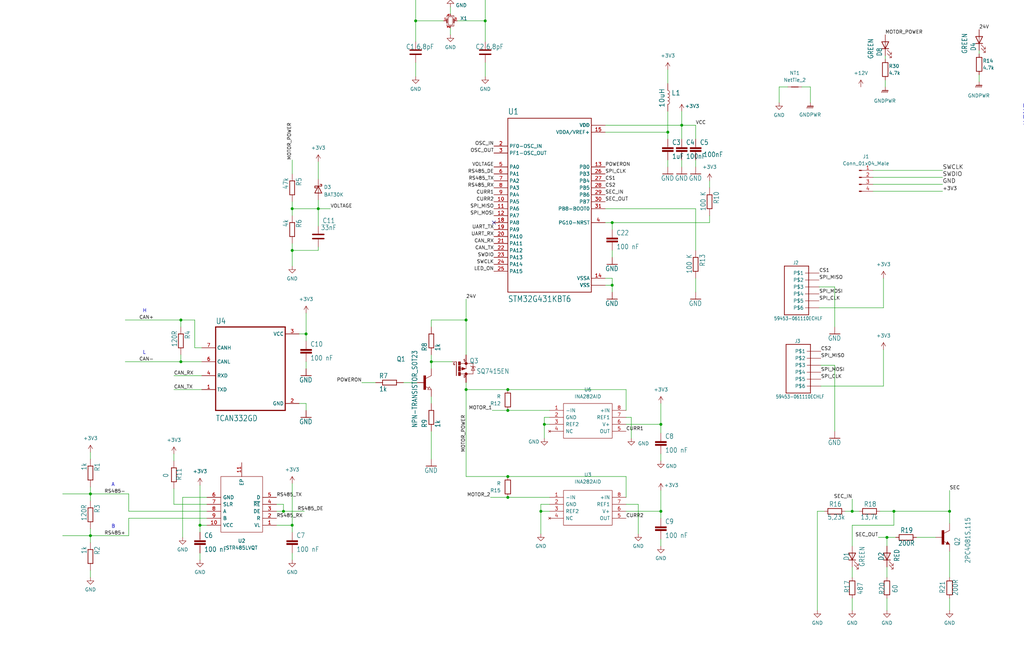
<source format=kicad_sch>
(kicad_sch (version 20210621) (generator eeschema)
  (paper "User" 373.913 237.744)
  (junction (at 33.02 180.34))
  (junction (at 33.02 195.58))
  (junction (at 66.04 116.84))
  (junction (at 66.04 132.08))
  (junction (at 73.025 191.77))
  (junction (at 103.505 186.69))
  (junction (at 106.68 76.2))
  (junction (at 106.68 91.44))
  (junction (at 106.68 191.77))
  (junction (at 111.76 121.92))
  (junction (at 116.205 76.2))
  (junction (at 151.765 7.62))
  (junction (at 157.48 132.08))
  (junction (at 158.75 254.635))
  (junction (at 170.18 116.84))
  (junction (at 170.18 142.24))
  (junction (at 170.18 254.635))
  (junction (at 170.18 262.255))
  (junction (at 177.165 7.62))
  (junction (at 181.61 254.635))
  (junction (at 185.42 142.24))
  (junction (at 185.42 149.86))
  (junction (at 185.42 173.99))
  (junction (at 185.42 181.61))
  (junction (at 189.23 254.635))
  (junction (at 197.485 186.69))
  (junction (at 198.755 154.94))
  (junction (at 220.98 254.635))
  (junction (at 220.98 259.715))
  (junction (at 223.52 81.28))
  (junction (at 223.52 104.14))
  (junction (at 229.87 254.635))
  (junction (at 241.3 154.94))
  (junction (at 241.3 186.69))
  (junction (at 243.84 48.26))
  (junction (at 248.92 45.72))
  (junction (at 311.15 186.69))
  (junction (at 323.85 196.215))
  (junction (at 326.39 186.69))
  (junction (at 346.71 186.69))
  (no_connect (at 180.34 81.28))
  (wire (pts (xy 33.02 167.64) (xy 33.02 165.1)))
  (wire (pts (xy 33.02 180.34) (xy 22.86 180.34)))
  (wire (pts (xy 33.02 180.34) (xy 33.02 177.8)))
  (wire (pts (xy 33.02 180.34) (xy 46.99 180.34)))
  (wire (pts (xy 33.02 182.88) (xy 33.02 180.34)))
  (wire (pts (xy 33.02 195.58) (xy 22.86 195.58)))
  (wire (pts (xy 33.02 195.58) (xy 33.02 193.04)))
  (wire (pts (xy 33.02 195.58) (xy 46.99 195.58)))
  (wire (pts (xy 33.02 198.12) (xy 33.02 195.58)))
  (wire (pts (xy 33.02 210.82) (xy 33.02 208.28)))
  (wire (pts (xy 46.99 186.69) (xy 46.99 180.34)))
  (wire (pts (xy 46.99 186.69) (xy 75.565 186.69)))
  (wire (pts (xy 46.99 189.23) (xy 46.99 195.58)))
  (wire (pts (xy 46.99 189.23) (xy 75.565 189.23)))
  (wire (pts (xy 63.5 165.735) (xy 63.5 168.275)))
  (wire (pts (xy 63.5 178.435) (xy 63.5 184.15)))
  (wire (pts (xy 66.04 116.84) (xy 45.72 116.84)))
  (wire (pts (xy 66.04 116.84) (xy 71.12 116.84)))
  (wire (pts (xy 66.04 119.38) (xy 66.04 116.84)))
  (wire (pts (xy 66.04 129.54) (xy 66.04 132.08)))
  (wire (pts (xy 66.04 132.08) (xy 45.72 132.08)))
  (wire (pts (xy 66.675 181.61) (xy 66.675 196.215)))
  (wire (pts (xy 71.12 127) (xy 71.12 116.84)))
  (wire (pts (xy 73.025 191.77) (xy 73.025 177.165)))
  (wire (pts (xy 73.025 191.77) (xy 75.565 191.77)))
  (wire (pts (xy 73.025 194.31) (xy 73.025 191.77)))
  (wire (pts (xy 73.025 204.47) (xy 73.025 201.93)))
  (wire (pts (xy 73.66 127) (xy 71.12 127)))
  (wire (pts (xy 73.66 132.08) (xy 66.04 132.08)))
  (wire (pts (xy 73.66 137.16) (xy 63.5 137.16)))
  (wire (pts (xy 73.66 142.24) (xy 63.5 142.24)))
  (wire (pts (xy 75.565 181.61) (xy 66.675 181.61)))
  (wire (pts (xy 75.565 184.15) (xy 63.5 184.15)))
  (wire (pts (xy 100.965 184.15) (xy 103.505 184.15)))
  (wire (pts (xy 100.965 191.77) (xy 106.68 191.77)))
  (wire (pts (xy 103.505 184.15) (xy 103.505 186.69)))
  (wire (pts (xy 103.505 186.69) (xy 100.965 186.69)))
  (wire (pts (xy 103.505 186.69) (xy 111.125 186.69)))
  (wire (pts (xy 106.68 63.5) (xy 106.68 58.42)))
  (wire (pts (xy 106.68 73.66) (xy 106.68 76.2)))
  (wire (pts (xy 106.68 76.2) (xy 106.68 78.74)))
  (wire (pts (xy 106.68 76.2) (xy 116.205 76.2)))
  (wire (pts (xy 106.68 91.44) (xy 106.68 88.9)))
  (wire (pts (xy 106.68 91.44) (xy 116.205 91.44)))
  (wire (pts (xy 106.68 97.155) (xy 106.68 91.44)))
  (wire (pts (xy 106.68 176.53) (xy 106.68 191.77)))
  (wire (pts (xy 106.68 194.31) (xy 106.68 191.77)))
  (wire (pts (xy 106.68 204.47) (xy 106.68 201.93)))
  (wire (pts (xy 109.22 121.92) (xy 111.76 121.92)))
  (wire (pts (xy 109.22 147.32) (xy 111.76 147.32)))
  (wire (pts (xy 111.76 121.92) (xy 111.76 114.3)))
  (wire (pts (xy 111.76 124.46) (xy 111.76 121.92)))
  (wire (pts (xy 111.76 134.62) (xy 111.76 132.08)))
  (wire (pts (xy 111.76 147.32) (xy 111.76 149.86)))
  (wire (pts (xy 116.205 59.055) (xy 116.205 65.405)))
  (wire (pts (xy 116.205 73.025) (xy 116.205 76.2)))
  (wire (pts (xy 116.205 76.2) (xy 116.205 82.55)))
  (wire (pts (xy 116.205 76.2) (xy 120.65 76.2)))
  (wire (pts (xy 116.205 90.17) (xy 116.205 91.44)))
  (wire (pts (xy 137.16 139.7) (xy 132.08 139.7)))
  (wire (pts (xy 151.765 -7.62) (xy 151.765 7.62)))
  (wire (pts (xy 151.765 7.62) (xy 151.765 15.24)))
  (wire (pts (xy 151.765 7.62) (xy 161.925 7.62)))
  (wire (pts (xy 151.765 22.86) (xy 151.765 27.94)))
  (wire (pts (xy 151.765 254.635) (xy 158.75 254.635)))
  (wire (pts (xy 152.4 139.7) (xy 147.32 139.7)))
  (wire (pts (xy 157.48 116.84) (xy 170.18 116.84)))
  (wire (pts (xy 157.48 119.38) (xy 157.48 116.84)))
  (wire (pts (xy 157.48 129.54) (xy 157.48 132.08)))
  (wire (pts (xy 157.48 132.08) (xy 157.48 134.62)))
  (wire (pts (xy 157.48 132.08) (xy 165.1 132.08)))
  (wire (pts (xy 157.48 144.78) (xy 157.48 147.32)))
  (wire (pts (xy 157.48 157.48) (xy 157.48 167.64)))
  (wire (pts (xy 158.75 254.635) (xy 158.75 259.715)))
  (wire (pts (xy 158.75 254.635) (xy 170.18 254.635)))
  (wire (pts (xy 158.75 264.795) (xy 158.75 269.875)))
  (wire (pts (xy 164.465 2.54) (xy 164.465 5.08)))
  (wire (pts (xy 164.465 10.16) (xy 164.465 12.7)))
  (wire (pts (xy 167.005 7.62) (xy 177.165 7.62)))
  (wire (pts (xy 170.18 116.84) (xy 170.18 109.22)))
  (wire (pts (xy 170.18 129.54) (xy 170.18 116.84)))
  (wire (pts (xy 170.18 139.7) (xy 170.18 142.24)))
  (wire (pts (xy 170.18 142.24) (xy 170.18 173.99)))
  (wire (pts (xy 170.18 142.24) (xy 185.42 142.24)))
  (wire (pts (xy 170.18 173.99) (xy 185.42 173.99)))
  (wire (pts (xy 170.18 254.635) (xy 170.18 255.905)))
  (wire (pts (xy 170.18 254.635) (xy 172.085 254.635)))
  (wire (pts (xy 170.18 260.985) (xy 170.18 262.255)))
  (wire (pts (xy 170.18 262.255) (xy 170.18 263.525)))
  (wire (pts (xy 170.18 262.255) (xy 189.865 262.255)))
  (wire (pts (xy 170.18 268.605) (xy 170.18 278.13)))
  (wire (pts (xy 177.165 -7.62) (xy 177.165 7.62)))
  (wire (pts (xy 177.165 7.62) (xy 177.165 15.24)))
  (wire (pts (xy 177.165 22.86) (xy 177.165 27.94)))
  (wire (pts (xy 179.07 181.61) (xy 185.42 181.61)))
  (wire (pts (xy 179.705 149.86) (xy 185.42 149.86)))
  (wire (pts (xy 179.705 254.635) (xy 181.61 254.635)))
  (wire (pts (xy 181.61 254.635) (xy 181.61 267.335)))
  (wire (pts (xy 181.61 274.955) (xy 181.61 278.13)))
  (wire (pts (xy 184.785 257.175) (xy 184.785 278.13)))
  (wire (pts (xy 184.785 257.175) (xy 189.865 257.175)))
  (wire (pts (xy 185.42 142.24) (xy 228.6 142.24)))
  (wire (pts (xy 185.42 149.86) (xy 200.66 149.86)))
  (wire (pts (xy 185.42 173.99) (xy 228.6 173.99)))
  (wire (pts (xy 185.42 181.61) (xy 200.66 181.61)))
  (wire (pts (xy 188.595 259.715) (xy 188.595 263.525)))
  (wire (pts (xy 188.595 268.605) (xy 188.595 271.145)))
  (wire (pts (xy 188.595 276.225) (xy 188.595 278.13)))
  (wire (pts (xy 189.23 247.65) (xy 189.23 254.635)))
  (wire (pts (xy 189.23 254.635) (xy 181.61 254.635)))
  (wire (pts (xy 189.865 254.635) (xy 189.23 254.635)))
  (wire (pts (xy 189.865 259.715) (xy 188.595 259.715)))
  (wire (pts (xy 197.485 184.15) (xy 197.485 186.69)))
  (wire (pts (xy 197.485 186.69) (xy 197.485 194.945)))
  (wire (pts (xy 197.485 186.69) (xy 200.66 186.69)))
  (wire (pts (xy 198.755 152.4) (xy 198.755 154.94)))
  (wire (pts (xy 198.755 154.94) (xy 198.755 160.02)))
  (wire (pts (xy 198.755 154.94) (xy 200.66 154.94)))
  (wire (pts (xy 199.39 247.65) (xy 189.23 247.65)))
  (wire (pts (xy 200.66 152.4) (xy 198.755 152.4)))
  (wire (pts (xy 200.66 184.15) (xy 197.485 184.15)))
  (wire (pts (xy 202.565 274.955) (xy 202.565 278.13)))
  (wire (pts (xy 215.265 257.175) (xy 217.17 257.175)))
  (wire (pts (xy 215.265 259.715) (xy 220.98 259.715)))
  (wire (pts (xy 215.265 262.255) (xy 216.535 262.255)))
  (wire (pts (xy 216.535 262.255) (xy 216.535 264.795)))
  (wire (pts (xy 217.17 247.65) (xy 204.47 247.65)))
  (wire (pts (xy 217.17 257.175) (xy 217.17 247.65)))
  (wire (pts (xy 220.98 45.72) (xy 248.92 45.72)))
  (wire (pts (xy 220.98 48.26) (xy 243.84 48.26)))
  (wire (pts (xy 220.98 81.28) (xy 223.52 81.28)))
  (wire (pts (xy 220.98 101.6) (xy 223.52 101.6)))
  (wire (pts (xy 220.98 104.14) (xy 223.52 104.14)))
  (wire (pts (xy 220.98 254.635) (xy 215.265 254.635)))
  (wire (pts (xy 220.98 264.795) (xy 220.98 269.875)))
  (wire (pts (xy 223.52 81.28) (xy 259.08 81.28)))
  (wire (pts (xy 223.52 83.82) (xy 223.52 81.28)))
  (wire (pts (xy 223.52 93.98) (xy 223.52 91.44)))
  (wire (pts (xy 223.52 101.6) (xy 223.52 104.14)))
  (wire (pts (xy 223.52 104.14) (xy 223.52 106.68)))
  (wire (pts (xy 228.6 149.86) (xy 228.6 142.24)))
  (wire (pts (xy 228.6 152.4) (xy 230.505 152.4)))
  (wire (pts (xy 228.6 181.61) (xy 228.6 173.99)))
  (wire (pts (xy 228.6 184.15) (xy 233.045 184.15)))
  (wire (pts (xy 228.6 186.69) (xy 241.3 186.69)))
  (wire (pts (xy 229.87 254.635) (xy 220.98 254.635)))
  (wire (pts (xy 229.87 254.635) (xy 229.87 259.715)))
  (wire (pts (xy 229.87 264.795) (xy 229.87 269.875)))
  (wire (pts (xy 230.505 152.4) (xy 230.505 160.02)))
  (wire (pts (xy 233.045 184.15) (xy 233.045 194.945)))
  (wire (pts (xy 236.22 254.635) (xy 229.87 254.635)))
  (wire (pts (xy 241.3 154.94) (xy 228.6 154.94)))
  (wire (pts (xy 241.3 154.94) (xy 241.3 147.32)))
  (wire (pts (xy 241.3 154.94) (xy 241.3 158.115)))
  (wire (pts (xy 241.3 168.275) (xy 241.3 165.735)))
  (wire (pts (xy 241.3 186.69) (xy 241.3 179.07)))
  (wire (pts (xy 241.3 189.23) (xy 241.3 186.69)))
  (wire (pts (xy 241.3 199.39) (xy 241.3 196.85)))
  (wire (pts (xy 243.84 30.48) (xy 243.84 25.4)))
  (wire (pts (xy 243.84 48.26) (xy 243.84 40.64)))
  (wire (pts (xy 243.84 48.26) (xy 243.84 50.8)))
  (wire (pts (xy 243.84 60.96) (xy 243.84 58.42)))
  (wire (pts (xy 248.92 45.72) (xy 248.92 40.64)))
  (wire (pts (xy 248.92 45.72) (xy 248.92 50.8)))
  (wire (pts (xy 248.92 58.42) (xy 248.92 60.96)))
  (wire (pts (xy 254 45.72) (xy 248.92 45.72)))
  (wire (pts (xy 254 50.8) (xy 254 45.72)))
  (wire (pts (xy 254 60.96) (xy 254 58.42)))
  (wire (pts (xy 254 76.2) (xy 220.98 76.2)))
  (wire (pts (xy 254 91.44) (xy 254 76.2)))
  (wire (pts (xy 254 106.68) (xy 254 101.6)))
  (wire (pts (xy 259.08 66.04) (xy 259.08 68.58)))
  (wire (pts (xy 259.08 78.74) (xy 259.08 81.28)))
  (wire (pts (xy 284.48 31.75) (xy 287.655 31.75)))
  (wire (pts (xy 284.48 37.465) (xy 284.48 31.75)))
  (wire (pts (xy 295.91 31.75) (xy 292.735 31.75)))
  (wire (pts (xy 295.91 37.465) (xy 295.91 31.75)))
  (wire (pts (xy 298.45 186.69) (xy 298.45 222.885)))
  (wire (pts (xy 298.45 186.69) (xy 300.99 186.69)))
  (wire (pts (xy 299.085 104.775) (xy 304.8 104.775)))
  (wire (pts (xy 299.72 133.35) (xy 304.8 133.35)))
  (wire (pts (xy 299.72 140.97) (xy 322.58 140.97)))
  (wire (pts (xy 304.8 104.775) (xy 304.8 119.38)))
  (wire (pts (xy 304.8 133.35) (xy 304.8 157.48)))
  (wire (pts (xy 308.61 186.69) (xy 311.15 186.69)))
  (wire (pts (xy 311.15 182.245) (xy 311.15 186.69)))
  (wire (pts (xy 311.15 186.69) (xy 313.69 186.69)))
  (wire (pts (xy 311.15 191.77) (xy 326.39 191.77)))
  (wire (pts (xy 311.15 199.39) (xy 311.15 191.77)))
  (wire (pts (xy 311.15 207.01) (xy 311.15 210.82)))
  (wire (pts (xy 311.15 218.44) (xy 311.15 222.885)))
  (wire (pts (xy 318.77 62.23) (xy 344.17 62.23)))
  (wire (pts (xy 318.77 64.77) (xy 344.17 64.77)))
  (wire (pts (xy 318.77 67.31) (xy 344.17 67.31)))
  (wire (pts (xy 318.77 69.85) (xy 344.17 69.85)))
  (wire (pts (xy 320.675 196.215) (xy 323.85 196.215)))
  (wire (pts (xy 321.31 186.69) (xy 326.39 186.69)))
  (wire (pts (xy 322.58 101.6) (xy 322.58 112.395)))
  (wire (pts (xy 322.58 112.395) (xy 299.085 112.395)))
  (wire (pts (xy 322.58 127.635) (xy 322.58 140.97)))
  (wire (pts (xy 323.215 20.32) (xy 323.215 21.59)))
  (wire (pts (xy 323.215 29.21) (xy 323.215 31.75)))
  (wire (pts (xy 323.85 196.215) (xy 323.85 199.39)))
  (wire (pts (xy 323.85 196.215) (xy 327.025 196.215)))
  (wire (pts (xy 323.85 207.01) (xy 323.85 210.82)))
  (wire (pts (xy 323.85 218.44) (xy 323.85 222.885)))
  (wire (pts (xy 326.39 186.69) (xy 346.71 186.69)))
  (wire (pts (xy 326.39 191.77) (xy 326.39 186.69)))
  (wire (pts (xy 334.645 196.215) (xy 341.63 196.215)))
  (wire (pts (xy 346.71 179.07) (xy 346.71 186.69)))
  (wire (pts (xy 346.71 186.69) (xy 346.71 191.135)))
  (wire (pts (xy 346.71 201.295) (xy 346.71 210.82)))
  (wire (pts (xy 346.71 218.44) (xy 346.71 222.885)))
  (wire (pts (xy 357.505 18.415) (xy 357.505 19.685)))
  (wire (pts (xy 357.505 27.305) (xy 357.505 29.845)))
  (wire (pts (xy 381.635 18.415) (xy 381.635 19.685)))
  (wire (pts (xy 381.635 27.305) (xy 381.635 29.845)))
  (wire (pts (xy 400.685 8.255) (xy 400.685 11.43)))
  (wire (pts (xy 400.685 19.05) (xy 400.685 20.32)))
  (wire (pts (xy 400.685 27.94) (xy 400.685 30.48)))
  (text "A" (at 40.64 177.8 0) (effects (font (size 1.27 1.27)) (justify left bottom)))
  (text "B" (at 40.64 193.04 0) (effects (font (size 1.27 1.27)) (justify left bottom)))
  (text "H" (at 52.07 114.3 0) (effects (font (size 1.27 1.27)) (justify left bottom)))
  (text "L" (at 52.07 129.54 0) (effects (font (size 1.27 1.27)) (justify left bottom)))
  (text "R201 ZAMIENIĆ NA \n2 SZTUKI \nRES SMD 4.7K OHM 5% \n1/2W 0805" (at 373.38 45.72 0) (effects (font (size 1.27 1.27)) (justify left bottom)))
  (label "RS485-" (at 38.1 180.34 0) (effects (font (size 1.2446 1.2446))))
  (label "RS485+" (at 38.1 195.58 0) (effects (font (size 1.2446 1.2446))))
  (label "CAN+" (at 50.8 116.84 0) (effects (font (size 1.2446 1.2446))))
  (label "CAN-" (at 50.8 132.08 0) (effects (font (size 1.2446 1.2446))))
  (label "CAN_RX" (at 63.5 137.16 0) (effects (font (size 1.2446 1.2446))))
  (label "CAN_TX" (at 63.5 142.24 0) (effects (font (size 1.2446 1.2446))))
  (label "RS485_TX" (at 100.965 181.61 0) (effects (font (size 1.2446 1.2446))))
  (label "RS485_RX" (at 100.965 189.23 0) (effects (font (size 1.2446 1.2446))))
  (label "MOTOR_POWER" (at 106.68 58.42 90) (effects (font (size 1.2446 1.2446))))
  (label "RS485_DE" (at 108.585 186.69 0) (effects (font (size 1.2446 1.2446))))
  (label "VOLTAGE" (at 120.65 76.2 0) (effects (font (size 1.2446 1.2446))))
  (label "POWERON" (at 132.08 139.7 180) (effects (font (size 1.2446 1.2446))))
  (label "OSC_IN" (at 151.765 -7.62 90))
  (label "24V" (at 170.18 109.22 0) (effects (font (size 1.2446 1.2446))))
  (label "MOTOR_POWER" (at 170.18 165.1 90) (effects (font (size 1.2446 1.2446))))
  (label "OSC_OUT" (at 177.165 -7.62 90))
  (label "MOTOR_2" (at 179.07 181.61 180) (effects (font (size 1.2446 1.2446))))
  (label "MOTOR_1" (at 179.705 149.86 180) (effects (font (size 1.2446 1.2446))))
  (label "OSC_IN" (at 180.34 53.34 180))
  (label "OSC_OUT" (at 180.34 55.88 180))
  (label "VOLTAGE" (at 180.34 60.96 180) (effects (font (size 1.2446 1.2446))))
  (label "RS485_DE" (at 180.34 63.5 180) (effects (font (size 1.2446 1.2446))))
  (label "RS485_TX" (at 180.34 66.04 180) (effects (font (size 1.2446 1.2446))))
  (label "RS485_RX" (at 180.34 68.58 180) (effects (font (size 1.2446 1.2446))))
  (label "CURR1" (at 180.34 71.12 180) (effects (font (size 1.2446 1.2446))))
  (label "CURR2" (at 180.34 73.66 180) (effects (font (size 1.2446 1.2446))))
  (label "SPI_MISO" (at 180.34 76.2 180) (effects (font (size 1.2446 1.2446))))
  (label "SPI_MOSI" (at 180.34 78.74 180) (effects (font (size 1.2446 1.2446))))
  (label "UART_TX" (at 180.34 83.82 180))
  (label "UART_RX" (at 180.34 86.36 180))
  (label "CAN_RX" (at 180.34 88.9 180) (effects (font (size 1.2446 1.2446))))
  (label "CAN_TX" (at 180.34 91.44 180) (effects (font (size 1.2446 1.2446))))
  (label "SWDIO" (at 180.34 93.98 180) (effects (font (size 1.2446 1.2446))))
  (label "SWCLK" (at 180.34 96.52 180) (effects (font (size 1.2446 1.2446))))
  (label "LED_ON" (at 180.34 99.06 180))
  (label "POWERON" (at 220.98 60.96 0) (effects (font (size 1.2446 1.2446))))
  (label "SPI_CLK" (at 220.98 63.5 0) (effects (font (size 1.2446 1.2446))))
  (label "CS1" (at 220.98 66.04 0) (effects (font (size 1.2446 1.2446))))
  (label "CS2" (at 220.98 68.58 0) (effects (font (size 1.2446 1.2446))))
  (label "SEC_IN" (at 220.98 71.12 0))
  (label "SEC_OUT" (at 220.98 73.66 0))
  (label "CURR1" (at 228.6 157.48 0) (effects (font (size 1.2446 1.2446))))
  (label "CURR2" (at 228.6 189.23 0) (effects (font (size 1.2446 1.2446))))
  (label "VCC" (at 254 45.72 0) (effects (font (size 1.2446 1.2446))))
  (label "CS1" (at 299.085 99.695 0) (effects (font (size 1.2446 1.2446))))
  (label "SPI_MISO" (at 299.085 102.235 0) (effects (font (size 1.2446 1.2446))))
  (label "SPI_MOSI" (at 299.085 107.315 0) (effects (font (size 1.2446 1.2446))))
  (label "SPI_CLK" (at 299.085 109.855 0) (effects (font (size 1.2446 1.2446))))
  (label "CS2" (at 299.72 128.27 0) (effects (font (size 1.2446 1.2446))))
  (label "SPI_MISO" (at 299.72 130.81 0) (effects (font (size 1.2446 1.2446))))
  (label "SPI_MOSI" (at 299.72 135.89 0) (effects (font (size 1.2446 1.2446))))
  (label "SPI_CLK" (at 299.72 138.43 0) (effects (font (size 1.2446 1.2446))))
  (label "SEC_IN" (at 311.15 182.245 180))
  (label "SEC_OUT" (at 320.675 196.215 180))
  (label "MOTOR_POWER" (at 323.215 12.7 0) (effects (font (size 1.2446 1.2446))))
  (label "SWCLK" (at 344.17 62.23 0) (effects (font (size 1.5113 1.5113))))
  (label "SWDIO" (at 344.17 64.77 0) (effects (font (size 1.5113 1.5113))))
  (label "GND" (at 344.17 67.31 0) (effects (font (size 1.5113 1.5113))))
  (label "+3V3" (at 344.17 69.85 0))
  (label "SEC" (at 346.71 179.07 0))
  (label "24V" (at 357.505 10.795 0) (effects (font (size 1.2446 1.2446))))
  (label "LED_ON" (at 400.685 8.255 0))
  (symbol (lib_id "power:+3.3V") (at 33.02 165.1 0) (unit 1)
    (property "Reference" "#PWR0111" (effects hide))
    (property "Value" "+3.3V" (at 33.02 160.02 0))
  )
  (symbol (lib_id "power:+3.3V") (at 63.5 165.735 0) (unit 1)
    (property "Reference" "#PWR0120" (effects hide))
    (property "Value" "+3.3V" (at 63.5 160.655 0))
  )
  (symbol (lib_id "power:+3.3V") (at 73.025 177.165 0) (unit 1)
    (property "Reference" "#PWR0106" (effects hide))
    (property "Value" "+3.3V" (at 73.025 172.085 0))
  )
  (symbol (lib_id "power:+3.3V") (at 106.68 176.53 0) (unit 1)
    (property "Reference" "#PWR0117" (effects hide))
    (property "Value" "+3.3V" (at 106.68 171.45 0))
  )
  (symbol (lib_id "power:+3.3V") (at 111.76 114.3 0) (unit 1)
    (property "Reference" "#PWR0105" (effects hide))
    (property "Value" "+3.3V" (at 111.76 109.22 0))
  )
  (symbol (lib_id "power:+3.3V") (at 116.205 59.055 0) (unit 1)
    (property "Reference" "#PWR07" (effects hide))
    (property "Value" "+3.3V" (at 116.205 53.975 0))
  )
  (symbol (lib_id "power:+3.3V") (at 151.765 254.635 0) (unit 1)
    (property "Reference" "#PWR0126" (effects hide))
    (property "Value" "+3.3V" (at 151.765 249.555 0))
  )
  (symbol (lib_id "power:+12V") (at 236.22 254.635 0) (mirror y) (unit 1)
    (property "Reference" "#PWR0133" (effects hide))
    (property "Value" "+12V" (at 236.22 248.92 0))
  )
  (symbol (lib_id "power:+3.3V") (at 241.3 147.32 0) (unit 1)
    (property "Reference" "#PWR02" (effects hide))
    (property "Value" "+3.3V" (at 241.3 142.24 0))
  )
  (symbol (lib_id "power:+3.3V") (at 241.3 179.07 0) (unit 1)
    (property "Reference" "#PWR04" (effects hide))
    (property "Value" "+3.3V" (at 245.11 177.165 0))
  )
  (symbol (lib_id "power:+3.3V") (at 243.84 25.4 0) (unit 1)
    (property "Reference" "#PWR0107" (effects hide))
    (property "Value" "+3.3V" (at 243.84 20.32 0))
  )
  (symbol (lib_id "power:+3.3V") (at 248.92 40.64 0) (unit 1)
    (property "Reference" "#PWR0108" (effects hide))
    (property "Value" "+3.3V" (at 252.73 38.735 0))
  )
  (symbol (lib_id "power:+3.3V") (at 259.08 66.04 0) (unit 1)
    (property "Reference" "#PWR01" (effects hide))
    (property "Value" "+3.3V" (at 259.08 60.96 0))
  )
  (symbol (lib_id "power:+12V") (at 314.325 31.75 0) (unit 1)
    (property "Reference" "#PWR0122" (effects hide))
    (property "Value" "+12V" (at 314.325 26.67 0))
  )
  (symbol (lib_id "power:+3.3V") (at 322.58 101.6 0) (unit 1)
    (property "Reference" "#PWR0110" (effects hide))
    (property "Value" "+3.3V" (at 322.58 96.52 0))
  )
  (symbol (lib_id "power:+3.3V") (at 322.58 127.635 0) (unit 1)
    (property "Reference" "#PWR0109" (effects hide))
    (property "Value" "+3.3V" (at 322.58 122.555 0))
  )
  (symbol (lib_id "power:+3.3V") (at 381.635 10.795 0) (unit 1)
    (property "Reference" "#PWR0125" (effects hide))
    (property "Value" "+3.3V" (at 381.635 5.715 0))
  )
  (symbol (lib_id "Device:NetTie_2") (at 290.195 31.75 0) (unit 1)
    (property "Reference" "NT1" (at 290.195 26.67 0))
    (property "Value" "NetTie_2" (at 290.195 29.21 0))
    (property "Footprint" "footprints:NetTie-2_SMD_Pad0.5mm" (effects hide))
  )
  (symbol (lib_id "power:GNDPWR") (at 295.91 37.465 0) (unit 1)
    (property "Reference" "#PWR09" (effects hide))
    (property "Value" "GNDPWR" (at 295.783 41.91 0))
  )
  (symbol (lib_id "power:GNDPWR") (at 323.215 31.75 0) (unit 1)
    (property "Reference" "#PWR011" (effects hide))
    (property "Value" "GNDPWR" (at 323.088 36.83 0))
  )
  (symbol (lib_id "power:GNDPWR") (at 357.505 29.845 0) (unit 1)
    (property "Reference" "#PWR010" (effects hide))
    (property "Value" "GNDPWR" (at 357.378 34.925 0))
  )
  (symbol (lib_id "power:GND") (at 33.02 210.82 0) (unit 1)
    (property "Reference" "#PWR0121" (effects hide))
    (property "Value" "GND" (at 33.02 215.265 0))
  )
  (symbol (lib_id "power:GND") (at 66.675 196.215 0) (unit 1)
    (property "Reference" "#PWR0116" (effects hide))
    (property "Value" "GND" (at 66.675 200.66 0))
  )
  (symbol (lib_id "power:GND") (at 73.025 204.47 0) (unit 1)
    (property "Reference" "#PWR0119" (effects hide))
    (property "Value" "GND" (at 73.025 208.915 0))
  )
  (symbol (lib_id "power:GND") (at 106.68 97.155 0) (unit 1)
    (property "Reference" "#PWR06" (effects hide))
    (property "Value" "GND" (at 106.68 101.7176 0))
  )
  (symbol (lib_id "power:GND") (at 106.68 204.47 0) (unit 1)
    (property "Reference" "#PWR0118" (effects hide))
    (property "Value" "GND" (at 106.68 208.915 0))
  )
  (symbol (lib_id "power:GND") (at 151.765 27.94 0) (unit 1)
    (property "Reference" "#PWR012" (effects hide))
    (property "Value" "GND" (at 151.765 32.5026 0))
  )
  (symbol (lib_id "power:GND") (at 158.75 269.875 0) (mirror y) (unit 1)
    (property "Reference" "#PWR0130" (effects hide))
    (property "Value" "GND" (at 158.75 274.32 0))
  )
  (symbol (lib_id "power:GND") (at 164.465 2.54 180) (unit 1)
    (property "Reference" "#PWR013" (effects hide))
    (property "Value" "GND" (at 166.3701 1.9395 0) (effects (justify right)))
  )
  (symbol (lib_id "power:GND") (at 164.465 12.7 0) (unit 1)
    (property "Reference" "#PWR014" (effects hide))
    (property "Value" "GND" (at 164.465 17.2626 0))
  )
  (symbol (lib_id "power:GND") (at 170.18 278.13 0) (mirror y) (unit 1)
    (property "Reference" "#PWR0129" (effects hide))
    (property "Value" "GND" (at 170.18 282.575 0))
  )
  (symbol (lib_id "power:GND") (at 177.165 27.94 0) (unit 1)
    (property "Reference" "#PWR015" (effects hide))
    (property "Value" "GND" (at 177.165 32.5026 0))
  )
  (symbol (lib_id "power:GND") (at 181.61 278.13 0) (mirror y) (unit 1)
    (property "Reference" "#PWR0128" (effects hide))
    (property "Value" "GND" (at 181.61 282.575 0))
  )
  (symbol (lib_id "power:GND") (at 184.785 278.13 0) (mirror y) (unit 1)
    (property "Reference" "#PWR0127" (effects hide))
    (property "Value" "GND" (at 184.785 282.575 0))
  )
  (symbol (lib_id "power:GND") (at 188.595 278.13 0) (mirror y) (unit 1)
    (property "Reference" "#PWR0131" (effects hide))
    (property "Value" "GND" (at 188.595 282.575 0))
  )
  (symbol (lib_id "power:GND") (at 197.485 194.945 0) (unit 1)
    (property "Reference" "#PWR0113" (effects hide))
    (property "Value" "GND" (at 197.485 199.39 0))
  )
  (symbol (lib_id "power:GND") (at 198.755 160.02 0) (unit 1)
    (property "Reference" "#PWR0115" (effects hide))
    (property "Value" "GND" (at 194.945 161.29 0))
  )
  (symbol (lib_id "power:GND") (at 202.565 278.13 0) (mirror y) (unit 1)
    (property "Reference" "#PWR0132" (effects hide))
    (property "Value" "GND" (at 202.565 282.575 0))
  )
  (symbol (lib_id "power:GND") (at 216.535 269.875 0) (mirror y) (unit 1)
    (property "Reference" "#PWR0134" (effects hide))
    (property "Value" "GND" (at 216.535 274.32 0))
  )
  (symbol (lib_id "power:GND") (at 220.98 269.875 0) (mirror y) (unit 1)
    (property "Reference" "#PWR0135" (effects hide))
    (property "Value" "GND" (at 220.98 274.32 0))
  )
  (symbol (lib_id "power:GND") (at 229.87 269.875 0) (mirror y) (unit 1)
    (property "Reference" "#PWR0136" (effects hide))
    (property "Value" "GND" (at 229.87 274.32 0))
  )
  (symbol (lib_id "power:GND") (at 230.505 160.02 0) (unit 1)
    (property "Reference" "#PWR0112" (effects hide))
    (property "Value" "GND" (at 234.95 161.925 0))
  )
  (symbol (lib_id "power:GND") (at 233.045 194.945 0) (unit 1)
    (property "Reference" "#PWR0114" (effects hide))
    (property "Value" "GND" (at 233.045 199.39 0))
  )
  (symbol (lib_id "power:GND") (at 241.3 168.275 0) (unit 1)
    (property "Reference" "#PWR03" (effects hide))
    (property "Value" "GND" (at 245.11 170.18 0))
  )
  (symbol (lib_id "power:GND") (at 241.3 199.39 0) (unit 1)
    (property "Reference" "#PWR05" (effects hide))
    (property "Value" "GND" (at 241.3 203.835 0))
  )
  (symbol (lib_id "power:GND") (at 284.48 37.465 0) (unit 1)
    (property "Reference" "#PWR08" (effects hide))
    (property "Value" "GND" (at 284.48 42.0276 0))
  )
  (symbol (lib_id "power:GND") (at 298.45 222.885 0) (unit 1)
    (property "Reference" "#PWR0103" (effects hide))
    (property "Value" "GND" (at 298.45 227.4476 0))
  )
  (symbol (lib_id "power:GND") (at 311.15 222.885 0) (unit 1)
    (property "Reference" "#PWR0101" (effects hide))
    (property "Value" "GND" (at 311.15 227.4476 0))
  )
  (symbol (lib_id "power:GND") (at 323.85 222.885 0) (unit 1)
    (property "Reference" "#PWR0102" (effects hide))
    (property "Value" "GND" (at 323.85 227.4476 0))
  )
  (symbol (lib_id "power:GND") (at 346.71 222.885 0) (unit 1)
    (property "Reference" "#PWR0104" (effects hide))
    (property "Value" "GND" (at 346.71 227.4476 0))
  )
  (symbol (lib_id "power:GND") (at 381.635 29.845 0) (unit 1)
    (property "Reference" "#PWR0124" (effects hide))
    (property "Value" "GND" (at 381.635 34.4076 0))
  )
  (symbol (lib_id "power:GND") (at 400.685 30.48 0) (unit 1)
    (property "Reference" "#PWR0123" (effects hide))
    (property "Value" "GND" (at 400.685 35.0426 0))
  )
  (symbol (lib_id "Device:L") (at 175.895 254.635 90) (unit 1)
    (property "Reference" "L2" (at 175.895 248.92 90))
    (property "Value" "33uH, 3A" (at 175.895 251.46 90))
    (property "Footprint" "GRIPPER_TWO_ADVANCED_CONTROL_BOARD:MPEV1D1040L330" (effects hide))
    (property "Field4" "https://www.digikey.com/en/products/detail/w%C3%BCrth-elektronik/744773118/1638662" (effects hide))
  )
  (symbol (lib_id "Device:R_Small") (at 170.18 258.445 0) (unit 1)
    (property "Reference" "R24" (at 165.1 257.1749 0) (effects (justify left)))
    (property "Value" "1,3k" (at 165.1 259.7149 0) (effects (justify left)))
    (property "Footprint" "footprints:R_0603_1608Metric_Pad0.98x0.95mm_HandSolder" (effects hide))
  )
  (symbol (lib_id "Device:R_Small") (at 170.18 266.065 0) (unit 1)
    (property "Reference" "R25" (at 166.37 264.7949 0) (effects (justify left)))
    (property "Value" "0,56k" (at 163.83 267.3349 0) (effects (justify left)))
    (property "Footprint" "footprints:R_0603_1608Metric_Pad0.98x0.95mm_HandSolder" (effects hide))
  )
  (symbol (lib_id "Device:R_Small") (at 188.595 273.685 180) (unit 1)
    (property "Reference" "R26" (at 192.405 274.9551 0) (effects (justify left)))
    (property "Value" "0,75k" (at 194.945 272.4151 0) (effects (justify left)))
    (property "Footprint" "footprints:R_0603_1608Metric_Pad0.98x0.95mm_HandSolder" (effects hide))
  )
  (symbol (lib_id "Device:R_Small") (at 216.535 267.335 0) (unit 1)
    (property "Reference" "R27" (at 212.725 266.0649 0) (effects (justify left)))
    (property "Value" "47k" (at 212.09 268.6049 0) (effects (justify left)))
    (property "Footprint" "footprints:R_0603_1608Metric_Pad0.98x0.95mm_HandSolder" (effects hide))
  )
  (symbol (lib_id "Device:R_Small") (at 220.98 257.175 0) (unit 1)
    (property "Reference" "R28" (at 222.885 255.9049 0) (effects (justify left)))
    (property "Value" "73,2k" (at 222.885 258.4449 0) (effects (justify left)))
    (property "Footprint" "footprints:R_0603_1608Metric_Pad0.98x0.95mm_HandSolder" (effects hide))
  )
  (symbol (lib_id "Device:R_Small") (at 220.98 262.255 0) (unit 1)
    (property "Reference" "R29" (at 222.885 260.9849 0) (effects (justify left)))
    (property "Value" "20k" (at 222.885 263.5249 0) (effects (justify left)))
    (property "Footprint" "footprints:R_0603_1608Metric_Pad0.98x0.95mm_HandSolder" (effects hide))
  )
  (symbol (lib_id "Gripper FeeTech-eagle-import:GND") (at 111.76 137.16 0) (unit 1)
    (property "Reference" "#GND017" (effects hide))
    (property "Value" "GND" (at 109.22 139.7 0) (effects (font (size 1.778 1.5113)) (justify left bottom)))
  )
  (symbol (lib_id "Gripper FeeTech-eagle-import:GND") (at 111.76 152.4 0) (unit 1)
    (property "Reference" "#GND016" (effects hide))
    (property "Value" "GND" (at 109.22 154.94 0) (effects (font (size 1.778 1.5113)) (justify left bottom)))
  )
  (symbol (lib_id "Gripper FeeTech-eagle-import:GND") (at 157.48 170.18 0) (unit 1)
    (property "Reference" "#GND028" (effects hide))
    (property "Value" "GND" (at 154.94 172.72 0) (effects (font (size 1.778 1.5113)) (justify left bottom)))
  )
  (symbol (lib_id "Gripper FeeTech-eagle-import:GND") (at 223.52 96.52 0) (unit 1)
    (property "Reference" "#GND027" (effects hide))
    (property "Value" "GND" (at 220.98 99.06 0) (effects (font (size 1.778 1.5113)) (justify left bottom)))
  )
  (symbol (lib_id "Gripper FeeTech-eagle-import:GND") (at 223.52 109.22 0) (unit 1)
    (property "Reference" "#GND02" (effects hide))
    (property "Value" "GND" (at 220.98 111.76 0) (effects (font (size 1.778 1.5113)) (justify left bottom)))
  )
  (symbol (lib_id "Gripper FeeTech-eagle-import:GND") (at 243.84 63.5 0) (unit 1)
    (property "Reference" "#GND04" (effects hide))
    (property "Value" "GND" (at 241.3 66.04 0) (effects (font (size 1.778 1.5113)) (justify left bottom)))
  )
  (symbol (lib_id "Gripper FeeTech-eagle-import:GND") (at 248.92 63.5 0) (unit 1)
    (property "Reference" "#GND06" (effects hide))
    (property "Value" "GND" (at 246.38 66.04 0) (effects (font (size 1.778 1.5113)) (justify left bottom)))
  )
  (symbol (lib_id "Gripper FeeTech-eagle-import:GND") (at 254 63.5 0) (unit 1)
    (property "Reference" "#GND07" (effects hide))
    (property "Value" "GND" (at 251.46 66.04 0) (effects (font (size 1.778 1.5113)) (justify left bottom)))
  )
  (symbol (lib_id "Gripper FeeTech-eagle-import:GND") (at 254 109.22 0) (unit 1)
    (property "Reference" "#GND043" (effects hide))
    (property "Value" "GND" (at 251.46 111.76 0) (effects (font (size 1.778 1.5113)) (justify left bottom)))
  )
  (symbol (lib_id "Gripper FeeTech-eagle-import:GND") (at 304.8 121.92 0) (unit 1)
    (property "Reference" "#GND020" (effects hide))
    (property "Value" "GND" (at 302.26 124.46 0) (effects (font (size 1.778 1.5113)) (justify left bottom)))
  )
  (symbol (lib_id "Gripper FeeTech-eagle-import:GND") (at 304.8 160.02 0) (unit 1)
    (property "Reference" "#GND021" (effects hide))
    (property "Value" "GND" (at 302.26 162.56 0) (effects (font (size 1.778 1.5113)) (justify left bottom)))
  )
  (symbol (lib_id "Gripper FeeTech-eagle-import:INDUCTOR-0603-33NH") (at 243.84 35.56 0) (unit 1)
    (property "Reference" "L1" (at 245.11 34.925 0) (effects (font (size 1.778 1.778)) (justify left bottom)))
    (property "Value" "10uH" (at 240.665 39.37 90) (effects (font (size 1.778 1.778)) (justify left top)))
    (property "Footprint" "Gripper FeeTech:0603" (effects hide))
  )
  (symbol (lib_id "Device:C_Small") (at 158.75 262.255 0) (mirror y) (unit 1)
    (property "Reference" "C12" (at 163.195 259.7149 0) (effects (justify left)))
    (property "Value" "100uF 6,3V" (at 154.305 268.6049 90) (effects (justify left)))
    (property "Footprint" "footprints:C_1206_3216Metric_Pad1.33x1.80mm_HandSolder" (effects hide))
  )
  (symbol (lib_id "Device:C_Small") (at 188.595 266.065 0) (mirror y) (unit 1)
    (property "Reference" "C13" (at 189.865 265.4299 90) (effects (justify left)))
    (property "Value" "6800pF" (at 191.77 271.1449 90) (effects (justify left)))
    (property "Footprint" "footprints:C_0603_1608Metric_Pad1.08x0.95mm_HandSolder" (effects hide))
  )
  (symbol (lib_id "Device:C_Small") (at 201.93 247.65 90) (mirror x) (unit 1)
    (property "Reference" "C14" (at 200.6599 243.84 90) (effects (justify left)))
    (property "Value" "0,1uF" (at 207.0099 243.84 90) (effects (justify left)))
    (property "Footprint" "footprints:C_0603_1608Metric_Pad1.08x0.95mm_HandSolder" (effects hide))
  )
  (symbol (lib_id "Device:C_Small") (at 229.87 262.255 0) (mirror y) (unit 1)
    (property "Reference" "C15" (at 234.315 259.7149 0) (effects (justify left)))
    (property "Value" "10uF 25V" (at 236.22 267.3349 90) (effects (justify left)))
    (property "Footprint" "footprints:C_0603_1608Metric_Pad1.08x0.95mm_HandSolder" (effects hide))
  )
  (symbol (lib_id "Device:R") (at 185.42 146.05 180) (unit 1)
    (property "Reference" "R12" (at 182.88 147.3201 0) (effects (justify left)))
    (property "Value" "R" (at 182.88 144.7801 0) (effects (justify left)))
    (property "Footprint" "footprints:R_2512_6332Metric_Pad1.40x3.35mm_HandSolder" (effects hide))
  )
  (symbol (lib_id "Device:R") (at 185.42 177.8 180) (unit 1)
    (property "Reference" "R15" (at 182.88 179.0701 0) (effects (justify left)))
    (property "Value" "R" (at 182.88 176.5301 0) (effects (justify left)))
    (property "Footprint" "footprints:R_2512_6332Metric_Pad1.40x3.35mm_HandSolder" (effects hide))
  )
  (symbol (lib_id "Device:R") (at 304.8 186.69 90) (unit 1)
    (property "Reference" "R16" (at 307.34 183.1086 90) (effects (font (size 1.778 1.5113)) (justify left bottom)))
    (property "Value" "5,23k" (at 308.61 187.833 90) (effects (font (size 1.778 1.5113)) (justify left bottom)))
    (property "Footprint" "footprints:R_0603_1608Metric_Pad0.98x0.95mm_HandSolder" (effects hide))
  )
  (symbol (lib_id "Device:R") (at 311.15 214.63 0) (unit 1)
    (property "Reference" "R17" (at 310.2864 216.535 90) (effects (font (size 1.778 1.5113)) (justify left bottom)))
    (property "Value" "487" (at 315.087 217.17 90) (effects (font (size 1.778 1.5113)) (justify left bottom)))
    (property "Footprint" "footprints:R_0603_1608Metric_Pad0.98x0.95mm_HandSolder" (effects hide))
  )
  (symbol (lib_id "Device:R") (at 317.5 186.69 90) (unit 1)
    (property "Reference" "R18" (at 320.04 183.1086 90) (effects (font (size 1.778 1.5113)) (justify left bottom)))
    (property "Value" "13,7k" (at 320.675 187.833 90) (effects (font (size 1.778 1.5113)) (justify left bottom)))
    (property "Footprint" "footprints:R_0603_1608Metric_Pad0.98x0.95mm_HandSolder" (effects hide))
  )
  (symbol (lib_id "Device:R") (at 323.215 25.4 180) (unit 1)
    (property "Reference" "R30" (at 324.485 24.1299 0) (effects (justify right)))
    (property "Value" "4.7k" (at 324.485 26.6699 0) (effects (justify right)))
    (property "Footprint" "footprints:R_0805_2012Metric_Pad1.20x1.40mm_HandSolder" (effects hide))
  )
  (symbol (lib_id "Device:R") (at 323.85 214.63 0) (unit 1)
    (property "Reference" "R20" (at 322.9864 217.17 90) (effects (font (size 1.778 1.5113)) (justify left bottom)))
    (property "Value" "60" (at 327.787 216.535 90) (effects (font (size 1.778 1.5113)) (justify left bottom)))
    (property "Footprint" "footprints:R_0603_1608Metric_Pad0.98x0.95mm_HandSolder" (effects hide))
  )
  (symbol (lib_id "Device:R") (at 330.835 196.215 90) (unit 1)
    (property "Reference" "R19" (at 333.375 192.6336 90) (effects (font (size 1.778 1.5113)) (justify left bottom)))
    (property "Value" "200R" (at 334.01 197.358 90) (effects (font (size 1.778 1.5113)) (justify left bottom)))
    (property "Footprint" "footprints:R_0603_1608Metric_Pad0.98x0.95mm_HandSolder" (effects hide))
  )
  (symbol (lib_id "Device:R") (at 346.71 214.63 180) (unit 1)
    (property "Reference" "R21" (at 343.1286 212.09 90) (effects (font (size 1.778 1.5113)) (justify left bottom)))
    (property "Value" "200R" (at 347.853 211.455 90) (effects (font (size 1.778 1.5113)) (justify left bottom)))
    (property "Footprint" "footprints:R_0603_1608Metric_Pad0.98x0.95mm_HandSolder" (effects hide))
  )
  (symbol (lib_id "Device:R") (at 357.505 23.495 180) (unit 1)
    (property "Reference" "R14" (at 358.775 22.2249 0) (effects (justify right)))
    (property "Value" "4.7k" (at 358.775 24.7649 0) (effects (justify right)))
    (property "Footprint" "footprints:R_0805_2012Metric_Pad1.20x1.40mm_HandSolder" (effects hide))
  )
  (symbol (lib_id "Device:R") (at 381.635 23.495 180) (unit 1)
    (property "Reference" "R22" (at 382.905 22.2249 0) (effects (justify right)))
    (property "Value" "4.5k" (at 382.905 24.7649 0) (effects (justify right)))
    (property "Footprint" "footprints:R_0603_1608Metric_Pad0.98x0.95mm_HandSolder" (effects hide))
  )
  (symbol (lib_id "Device:R") (at 400.685 24.13 180) (unit 1)
    (property "Reference" "R23" (at 401.955 22.8599 0) (effects (justify right)))
    (property "Value" "4.5k" (at 401.955 25.3999 0) (effects (justify right)))
    (property "Footprint" "footprints:R_0603_1608Metric_Pad0.98x0.95mm_HandSolder" (effects hide))
  )
  (symbol (lib_id "Gripper FeeTech-eagle-import:R-EU_R0402") (at 33.02 172.72 270) (unit 1)
    (property "Reference" "R1" (at 34.5186 168.91 0) (effects (font (size 1.778 1.5113)) (justify left bottom)))
    (property "Value" "1k" (at 29.718 168.91 0) (effects (font (size 1.778 1.5113)) (justify left bottom)))
    (property "Footprint" "footprints:R_0603_1608Metric_Pad0.98x0.95mm_HandSolder" (effects hide))
  )
  (symbol (lib_id "Gripper FeeTech-eagle-import:R-EU_R0402") (at 33.02 187.96 270) (unit 1)
    (property "Reference" "R3" (at 34.5186 184.15 0) (effects (font (size 1.778 1.5113)) (justify left bottom)))
    (property "Value" "120R" (at 29.718 184.15 0) (effects (font (size 1.778 1.5113)) (justify left bottom)))
    (property "Footprint" "footprints:R_0603_1608Metric_Pad0.98x0.95mm_HandSolder" (effects hide))
  )
  (symbol (lib_id "Gripper FeeTech-eagle-import:R-EU_R0402") (at 33.02 203.2 270) (unit 1)
    (property "Reference" "R2" (at 34.5186 199.39 0) (effects (font (size 1.778 1.5113)) (justify left bottom)))
    (property "Value" "1k" (at 29.718 199.39 0) (effects (font (size 1.778 1.5113)) (justify left bottom)))
    (property "Footprint" "footprints:R_0603_1608Metric_Pad0.98x0.95mm_HandSolder" (effects hide))
  )
  (symbol (lib_id "Gripper FeeTech-eagle-import:R-EU_R0402") (at 63.5 173.355 270) (unit 1)
    (property "Reference" "R11" (at 64.3636 170.815 0) (effects (font (size 1.778 1.5113)) (justify left bottom)))
    (property "Value" "0" (at 59.563 172.72 0) (effects (font (size 1.778 1.5113)) (justify left bottom)))
    (property "Footprint" "footprints:R_0603_1608Metric_Pad0.98x0.95mm_HandSolder" (effects hide))
  )
  (symbol (lib_id "Gripper FeeTech-eagle-import:R-EU_R0402") (at 66.04 124.46 270) (unit 1)
    (property "Reference" "R4" (at 67.5386 120.65 0) (effects (font (size 1.778 1.5113)) (justify left bottom)))
    (property "Value" "120R" (at 62.738 120.65 0) (effects (font (size 1.778 1.5113)) (justify left bottom)))
    (property "Footprint" "footprints:R_0603_1608Metric_Pad0.98x0.95mm_HandSolder" (effects hide))
  )
  (symbol (lib_id "Gripper FeeTech-eagle-import:R-EU_R0402") (at 106.68 68.58 270) (unit 1)
    (property "Reference" "R5" (at 108.1786 64.77 0) (effects (font (size 1.778 1.5113)) (justify left bottom)))
    (property "Value" "47k" (at 103.378 64.77 0) (effects (font (size 1.778 1.5113)) (justify left bottom)))
    (property "Footprint" "footprints:R_0603_1608Metric_Pad0.98x0.95mm_HandSolder" (effects hide))
  )
  (symbol (lib_id "Gripper FeeTech-eagle-import:R-EU_R0402") (at 106.68 83.82 270) (unit 1)
    (property "Reference" "R6" (at 108.1786 80.01 0) (effects (font (size 1.778 1.5113)) (justify left bottom)))
    (property "Value" "4k" (at 103.378 80.01 0) (effects (font (size 1.778 1.5113)) (justify left bottom)))
    (property "Footprint" "footprints:R_0603_1608Metric_Pad0.98x0.95mm_HandSolder" (effects hide))
  )
  (symbol (lib_id "Gripper FeeTech-eagle-import:R-EU_R0402") (at 142.24 139.7 0) (unit 1)
    (property "Reference" "R7" (at 138.43 138.2014 0) (effects (font (size 1.778 1.5113)) (justify left bottom)))
    (property "Value" "1k" (at 138.43 143.002 0) (effects (font (size 1.778 1.5113)) (justify left bottom)))
    (property "Footprint" "footprints:R_0603_1608Metric_Pad0.98x0.95mm_HandSolder" (effects hide))
  )
  (symbol (lib_id "Gripper FeeTech-eagle-import:R-EU_R0402") (at 157.48 124.46 90) (unit 1)
    (property "Reference" "R8" (at 155.9814 128.27 0) (effects (font (size 1.778 1.5113)) (justify left bottom)))
    (property "Value" "1k" (at 160.782 128.27 0) (effects (font (size 1.778 1.5113)) (justify left bottom)))
    (property "Footprint" "footprints:R_0603_1608Metric_Pad0.98x0.95mm_HandSolder" (effects hide))
  )
  (symbol (lib_id "Gripper FeeTech-eagle-import:R-EU_R0402") (at 157.48 152.4 90) (unit 1)
    (property "Reference" "R9" (at 155.9814 156.21 0) (effects (font (size 1.778 1.5113)) (justify left bottom)))
    (property "Value" "1k" (at 160.782 156.21 0) (effects (font (size 1.778 1.5113)) (justify left bottom)))
    (property "Footprint" "footprints:R_0603_1608Metric_Pad0.98x0.95mm_HandSolder" (effects hide))
  )
  (symbol (lib_id "Gripper FeeTech-eagle-import:R-EU_R0402") (at 254 96.52 270) (unit 1)
    (property "Reference" "R13" (at 255.4986 92.71 0) (effects (font (size 1.778 1.5113)) (justify left bottom)))
    (property "Value" "100 K" (at 250.698 92.71 0) (effects (font (size 1.778 1.5113)) (justify left bottom)))
    (property "Footprint" "footprints:R_0603_1608Metric_Pad0.98x0.95mm_HandSolder" (effects hide))
  )
  (symbol (lib_id "Gripper FeeTech-eagle-import:R-EU_R0402") (at 259.08 73.66 270) (unit 1)
    (property "Reference" "R10" (at 260.5786 69.85 0) (effects (font (size 1.778 1.5113)) (justify left bottom)))
    (property "Value" "100 K" (at 255.778 69.85 0) (effects (font (size 1.778 1.5113)) (justify left bottom)))
    (property "Footprint" "footprints:R_0603_1608Metric_Pad0.98x0.95mm_HandSolder" (effects hide))
  )
  (symbol (lib_id "Device:D_Schottky") (at 116.205 69.215 270) (unit 1)
    (property "Reference" "D3" (at 118.2371 68.3065 90) (effects (justify left)))
    (property "Value" "BAT30K" (at 118.2371 71.0816 90) (effects (justify left)))
    (property "Footprint" "footprints:D_0603_1608Metric_Pad1.05x0.95mm_HandSolder" (effects hide))
  )
  (symbol (lib_id "Device:D_Schottky") (at 181.61 271.145 270) (unit 1)
    (property "Reference" "D7" (at 179.1971 268.3315 90) (effects (justify left)))
    (property "Value" "SMBJ16A-TR" (at 177.9271 265.3916 0) (effects (justify left)))
    (property "Footprint" "footprints:D_SMB_Handsoldering" (effects hide))
  )
  (symbol (lib_id "Device:Crystal_GND24_Small") (at 164.465 7.62 0) (unit 1)
    (property "Reference" "X1" (at 168.0211 6.7115 0) (effects (justify left)))
    (property "Value" "ECS-240-8-36B2-CKM-TR" (at 150.2411 -1.9434 0) (effects (justify left)))
    (property "Footprint" "footprints:Crystal_SMD_2520-4Pin_2.5x2.0mm" (effects hide))
  )
  (symbol (lib_id "Device:LED") (at 311.15 203.2 90) (unit 1)
    (property "Reference" "D1" (at 310.007 204.724 0) (effects (font (size 1.778 1.5113)) (justify left bottom)))
    (property "Value" "GREEN" (at 315.722 207.01 0) (effects (font (size 1.778 1.5113)) (justify left bottom)))
    (property "Footprint" "footprints:D_0603_1608Metric_Pad1.05x0.95mm_HandSolder" (effects hide))
  )
  (symbol (lib_id "Device:LED") (at 323.215 16.51 90) (unit 1)
    (property "Reference" "D8" (at 322.072 20.574 0) (effects (font (size 1.778 1.5113)) (justify left bottom)))
    (property "Value" "GREEN" (at 318.897 21.59 0) (effects (font (size 1.778 1.5113)) (justify left bottom)))
    (property "Footprint" "footprints:D_0603_1608Metric_Pad1.05x0.95mm_HandSolder" (effects hide))
  )
  (symbol (lib_id "Device:LED") (at 323.85 203.2 90) (unit 1)
    (property "Reference" "D2" (at 322.707 204.724 0) (effects (font (size 1.778 1.5113)) (justify left bottom)))
    (property "Value" "RED" (at 328.422 205.105 0) (effects (font (size 1.778 1.5113)) (justify left bottom)))
    (property "Footprint" "footprints:D_0603_1608Metric_Pad1.05x0.95mm_HandSolder" (effects hide))
  )
  (symbol (lib_id "Device:LED") (at 357.505 14.605 90) (unit 1)
    (property "Reference" "D4" (at 356.362 18.669 0) (effects (font (size 1.778 1.5113)) (justify left bottom)))
    (property "Value" "GREEN" (at 353.187 19.685 0) (effects (font (size 1.778 1.5113)) (justify left bottom)))
    (property "Footprint" "footprints:D_0603_1608Metric_Pad1.05x0.95mm_HandSolder" (effects hide))
  )
  (symbol (lib_id "Device:LED") (at 381.635 14.605 90) (unit 1)
    (property "Reference" "D5" (at 380.492 18.669 0) (effects (font (size 1.778 1.5113)) (justify left bottom)))
    (property "Value" "GREEN" (at 377.317 19.685 0) (effects (font (size 1.778 1.5113)) (justify left bottom)))
    (property "Footprint" "footprints:D_0603_1608Metric_Pad1.05x0.95mm_HandSolder" (effects hide))
  )
  (symbol (lib_id "Device:LED") (at 400.685 15.24 90) (unit 1)
    (property "Reference" "D6" (at 399.542 19.304 0) (effects (font (size 1.778 1.5113)) (justify left bottom)))
    (property "Value" "BLUE" (at 396.367 20.32 0) (effects (font (size 1.778 1.5113)) (justify left bottom)))
    (property "Footprint" "footprints:D_0603_1608Metric_Pad1.05x0.95mm_HandSolder" (effects hide))
  )
  (symbol (lib_id "Gripper FeeTech-eagle-import:C-EUC0402") (at 73.025 196.85 0) (unit 1)
    (property "Reference" "C6" (at 74.549 196.469 0) (effects (font (size 1.778 1.5113)) (justify left bottom)))
    (property "Value" "100 nF" (at 74.549 201.549 0) (effects (font (size 1.778 1.5113)) (justify left bottom)))
    (property "Footprint" "footprints:C_0603_1608Metric_Pad1.08x0.95mm_HandSolder" (effects hide))
  )
  (symbol (lib_id "Gripper FeeTech-eagle-import:C-EUC0402") (at 106.68 196.85 0) (unit 1)
    (property "Reference" "C7" (at 108.204 196.469 0) (effects (font (size 1.778 1.5113)) (justify left bottom)))
    (property "Value" "100 nF" (at 108.204 201.549 0) (effects (font (size 1.778 1.5113)) (justify left bottom)))
    (property "Footprint" "footprints:C_0603_1608Metric_Pad1.08x0.95mm_HandSolder" (effects hide))
  )
  (symbol (lib_id "Gripper FeeTech-eagle-import:C-EUC0402") (at 111.76 127 0) (unit 1)
    (property "Reference" "C10" (at 113.284 126.619 0) (effects (font (size 1.778 1.5113)) (justify left bottom)))
    (property "Value" "100 nF" (at 113.284 131.699 0) (effects (font (size 1.778 1.5113)) (justify left bottom)))
    (property "Footprint" "footprints:C_0603_1608Metric_Pad1.08x0.95mm_HandSolder" (effects hide))
  )
  (symbol (lib_id "Gripper FeeTech-eagle-import:C-EUC0402") (at 223.52 86.36 0) (unit 1)
    (property "Reference" "C22" (at 225.044 85.979 0) (effects (font (size 1.778 1.5113)) (justify left bottom)))
    (property "Value" "100 nF" (at 225.044 91.059 0) (effects (font (size 1.778 1.5113)) (justify left bottom)))
    (property "Footprint" "footprints:C_0603_1608Metric_Pad1.08x0.95mm_HandSolder" (effects hide))
  )
  (symbol (lib_id "Gripper FeeTech-eagle-import:C-EUC0402") (at 241.3 160.655 0) (unit 1)
    (property "Reference" "C8" (at 242.824 160.274 0) (effects (font (size 1.778 1.5113)) (justify left bottom)))
    (property "Value" "100 nF" (at 242.824 165.354 0) (effects (font (size 1.778 1.5113)) (justify left bottom)))
    (property "Footprint" "footprints:C_0603_1608Metric_Pad1.08x0.95mm_HandSolder" (effects hide))
  )
  (symbol (lib_id "Gripper FeeTech-eagle-import:C-EUC0402") (at 241.3 191.77 0) (unit 1)
    (property "Reference" "C9" (at 242.824 191.389 0) (effects (font (size 1.778 1.5113)) (justify left bottom)))
    (property "Value" "100 nF" (at 242.824 196.469 0) (effects (font (size 1.778 1.5113)) (justify left bottom)))
    (property "Footprint" "footprints:C_0603_1608Metric_Pad1.08x0.95mm_HandSolder" (effects hide))
  )
  (symbol (lib_id "Gripper FeeTech-eagle-import:C-EUC0402") (at 243.84 53.34 0) (unit 1)
    (property "Reference" "C3" (at 245.364 52.959 0) (effects (font (size 1.778 1.5113)) (justify left bottom)))
    (property "Value" "1uF" (at 245.364 58.039 0) (effects (font (size 1.778 1.5113)) (justify left bottom)))
    (property "Footprint" "footprints:C_0603_1608Metric_Pad1.08x0.95mm_HandSolder" (effects hide))
  )
  (symbol (lib_id "Gripper FeeTech-eagle-import:C-EUC0402") (at 248.92 53.34 0) (unit 1)
    (property "Reference" "C4" (at 250.444 52.959 0) (effects (font (size 1.778 1.5113)) (justify left bottom)))
    (property "Value" "100nF" (at 250.444 58.039 0) (effects (font (size 1.778 1.5113)) (justify left bottom)))
    (property "Footprint" "footprints:C_0603_1608Metric_Pad1.08x0.95mm_HandSolder" (effects hide))
  )
  (symbol (lib_id "Gripper FeeTech-eagle-import:C-EUC0402") (at 254 53.34 0) (unit 1)
    (property "Reference" "C5" (at 255.524 52.959 0) (effects (font (size 1.778 1.5113)) (justify left bottom)))
    (property "Value" "100nF" (at 256.794 57.404 0) (effects (font (size 1.778 1.5113)) (justify left bottom)))
    (property "Footprint" "footprints:C_0603_1608Metric_Pad1.08x0.95mm_HandSolder" (effects hide))
  )
  (symbol (lib_id "Device:C") (at 116.205 86.36 180) (unit 1)
    (property "Reference" "C11" (at 117.729 81.534 0) (effects (font (size 1.778 1.5113)) (justify right top)))
    (property "Value" "33nF" (at 117.094 84.074 0) (effects (font (size 1.778 1.5113)) (justify right top)))
    (property "Footprint" "footprints:C_0603_1608Metric_Pad1.08x0.95mm_HandSolder" (effects hide))
  )
  (symbol (lib_id "Device:C") (at 151.765 19.05 180) (unit 1)
    (property "Reference" "C1" (at 148.209 18.034 0) (effects (font (size 1.778 1.5113)) (justify right top)))
    (property "Value" "6.8pF" (at 152.019 18.034 0) (effects (font (size 1.778 1.5113)) (justify right top)))
    (property "Footprint" "footprints:C_0603_1608Metric_Pad1.08x0.95mm_HandSolder" (effects hide))
  )
  (symbol (lib_id "Device:C") (at 177.165 19.05 180) (unit 1)
    (property "Reference" "C2" (at 173.609 18.034 0) (effects (font (size 1.778 1.5113)) (justify right top)))
    (property "Value" "6.8pF" (at 177.419 18.034 0) (effects (font (size 1.778 1.5113)) (justify right top)))
    (property "Footprint" "footprints:C_0603_1608Metric_Pad1.08x0.95mm_HandSolder" (effects hide))
  )
  (symbol (lib_id "Connector:Conn_01x04_Male") (at 313.69 64.77 0) (unit 1)
    (property "Reference" "J1" (at 316.1919 57.15 0))
    (property "Value" "Conn_01x04_Male" (at 316.1919 59.69 0))
    (property "Footprint" "footprints:PinHeader_1x04_P2.54mm_Vertical" (effects hide))
  )
  (symbol (lib_id "Gripper FeeTech-eagle-import:NPN-TRANSISTOR_SOT23") (at 154.94 139.7 0) (unit 1)
    (property "Reference" "Q1" (at 144.78 132.08 0) (effects (font (size 1.778 1.5113)) (justify left bottom)))
    (property "Value" "NPN-TRANSISTOR_SOT23" (at 152.4 156.21 90) (effects (font (size 1.778 1.5113)) (justify left bottom)))
    (property "Footprint" "GRIPPER_TWO_ADVANCED_CONTROL_BOARD:SOT23" (effects hide))
  )
  (symbol (lib_id "UNIVERSAL_JOINT_v2_1-eagle-import:-NPN-SOT23-EBC") (at 344.17 196.215 0) (unit 1)
    (property "Reference" "Q2" (at 350.52 199.39 90) (effects (font (size 1.778 1.5113)) (justify left bottom)))
    (property "Value" "2PC4081S,115" (at 354.33 205.74 90) (effects (font (size 1.778 1.5113)) (justify left bottom)))
    (property "Footprint" "GRIPPER_TWO_ADVANCED_CONTROL_BOARD:SOT23-EBC" (effects hide))
  )
  (symbol (lib_id "Gripper FeeTech-eagle-import:SQ7415AENDFN-3.3") (at 167.64 134.62 0) (unit 1)
    (property "Reference" "Q3" (at 171.45 132.715 0) (effects (font (size 1.778 1.5113)) (justify left bottom)))
    (property "Value" "SQ7415EN" (at 173.99 136.525 0) (effects (font (size 1.778 1.5113)) (justify left bottom)))
    (property "Footprint" "GRIPPER_TWO_ADVANCED_CONTROL_BOARD:DFN3.3X3.3" (effects hide))
  )
  (symbol (lib_id "Magnetic Finger SMALL Ampherol 28pin-eagle-import:59453-061110ECHLF") (at 299.085 102.235 0) (mirror y) (unit 1)
    (property "Reference" "J2" (at 289.56 95.25 0) (effects (font (size 1.27 1.0795)) (justify right top)))
    (property "Value" "59453-061110ECHLF" (at 282.575 115.57 0) (effects (font (size 1.27 1.0795)) (justify right top)))
    (property "Footprint" "GRIPPER_TWO_ADVANCED_CONTROL_BOARD:59453-061110ECHLF" (effects hide))
  )
  (symbol (lib_id "Magnetic Finger SMALL Ampherol 28pin-eagle-import:59453-061110ECHLF") (at 299.72 130.81 0) (mirror y) (unit 1)
    (property "Reference" "J3" (at 290.195 123.825 0) (effects (font (size 1.27 1.0795)) (justify right top)))
    (property "Value" "59453-061110ECHLF" (at 283.21 144.145 0) (effects (font (size 1.27 1.0795)) (justify right top)))
    (property "Footprint" "GRIPPER_TWO_ADVANCED_CONTROL_BOARD:59453-061110ECHLF" (effects hide))
  )
  (symbol (lib_id "INA282AID:INA282AID") (at 200.66 149.86 0) (unit 1)
    (property "Reference" "U6" (at 214.63 142.24 0))
    (property "Value" "INA282AID" (at 214.63 144.78 0))
    (property "Footprint" "GRIPPER_TWO_ADVANCED_CONTROL_BOARD:SOIC127P600X175-8N" (effects hide))
    (property "Datasheet" "http://www.ti.com/lit/ds/symlink/ina282.pdf" (effects hide))
    (property "Description" "-14V to +80V, Bi-Directional, High Accuracy, Low- or High-Side, Voltage Output Current Shunt Monitor" (effects hide))
    (property "Height" "1.75" (effects hide))
    (property "Mouser Part Number" "595-INA282AID" (effects hide))
    (property "Mouser Price/Stock" "https://www.mouser.co.uk/ProductDetail/Texas-Instruments/INA282AID?qs=Ze4%2FuFuz19ILFayZXOCfrA%3D%3D" (effects hide))
    (property "Manufacturer_Name" "Texas Instruments" (effects hide))
    (property "Manufacturer_Part_Number" "INA282AID" (effects hide))
  )
  (symbol (lib_id "INA282AID:INA282AID") (at 200.66 181.61 0) (unit 1)
    (property "Reference" "U3" (at 214.63 173.355 0))
    (property "Value" "INA282AID" (at 214.63 175.895 0))
    (property "Footprint" "GRIPPER_TWO_ADVANCED_CONTROL_BOARD:SOIC127P600X175-8N" (effects hide))
    (property "Datasheet" "http://www.ti.com/lit/ds/symlink/ina282.pdf" (effects hide))
    (property "Description" "-14V to +80V, Bi-Directional, High Accuracy, Low- or High-Side, Voltage Output Current Shunt Monitor" (effects hide))
    (property "Height" "1.75" (effects hide))
    (property "Mouser Part Number" "595-INA282AID" (effects hide))
    (property "Mouser Price/Stock" "https://www.mouser.co.uk/ProductDetail/Texas-Instruments/INA282AID?qs=Ze4%2FuFuz19ILFayZXOCfrA%3D%3D" (effects hide))
    (property "Manufacturer_Name" "Texas Instruments" (effects hide))
    (property "Manufacturer_Part_Number" "INA282AID" (effects hide))
  )
  (symbol (lib_id "BD9G341AEFJ-E2:BD9G341AEFJ-E2") (at 189.865 254.635 0) (unit 1)
    (property "Reference" "IC1" (at 202.565 262.89 0))
    (property "Value" "BD9G341AEFJ-E2" (at 202.565 265.43 0))
    (property "Footprint" "GRIPPER_TWO_ADVANCED_CONTROL_BOARD:SOIC127P600X100-9N" (effects hide))
    (property "Description" "Buck Converter,Adj,3A,HTSOP-J8 ROHM BD9G341AEFJ-E2, Buck Converter, 3A, Adjustable, Minimum of 1 V, 8-Pin HTSOP-J" (effects hide))
    (property "Height" "1" (effects hide))
    (property "Mouser Part Number" "755-BD9G341AEFJ-E2" (effects hide))
    (property "Mouser Price/Stock" "https://www.mouser.co.uk/ProductDetail/ROHM-Semiconductor/BD9G341AEFJ-E2?qs=QAyGIF%2FqoJ3bpHaAdhZZ7Q%3D%3D" (effects hide))
    (property "Manufacturer_Name" "ROHM Semiconductor" (effects hide))
    (property "Manufacturer_Part_Number" "BD9G341AEFJ-E2" (effects hide))
  )
  (symbol (lib_id "STR485LVQT:STR485LVQT") (at 100.965 191.77 180) (unit 1)
    (property "Reference" "U2" (at 88.265 197.485 0))
    (property "Value" "STR485LVQT" (at 88.265 200.025 0))
    (property "Footprint" "GRIPPER_TWO_ADVANCED_CONTROL_BOARD:SON50P300X300X100-11N-D" (effects hide))
    (property "Datasheet" "https://www.st.com/resource/en/datasheet/str485.pdf" (effects hide))
    (property "Description" "STMICROELECTRONICS - STR485LVQT - RS485 TRANSCEIVER, -40 TO 105DEG C" (effects hide))
    (property "Height" "1" (effects hide))
    (property "Mouser Part Number" "511-STR485LVQT" (effects hide))
    (property "Mouser Price/Stock" "https://www.mouser.co.uk/ProductDetail/STMicroelectronics/STR485LVQT?qs=qSfuJ%252Bfl%2Fd7EdRUu6jU3TA%3D%3D" (effects hide))
    (property "Manufacturer_Name" "STMicroelectronics" (effects hide))
    (property "Manufacturer_Part_Number" "STR485LVQT" (effects hide))
  )
  (symbol (lib_id "Gripper FeeTech-eagle-import:TCAN332GD") (at 91.44 134.62 0) (unit 1)
    (property "Reference" "U4" (at 78.74 118.38 0) (effects (font (size 2.0828 1.7703)) (justify left bottom)))
    (property "Value" "TCAN332GD" (at 78.74 153.86 0) (effects (font (size 2.0828 1.7703)) (justify left bottom)))
    (property "Footprint" "Gripper FeeTech:SOIC127P599X175-8N" (effects hide))
  )
  (symbol (lib_id "Gripper FeeTech-eagle-import:STM32G431KBT6") (at 200.66 76.2 0) (unit 1)
    (property "Reference" "U1" (at 185.42 41.91 0) (effects (font (size 2.1844 1.8567)) (justify left bottom)))
    (property "Value" "STM32G431KBT6" (at 185.42 107.95 0) (effects (font (size 2.1844 1.8567)) (justify left top)))
    (property "Footprint" "GRIPPER_TWO_ADVANCED_CONTROL_BOARD:QFP80P900X900X160-32N" (effects hide))
  )
)
</source>
